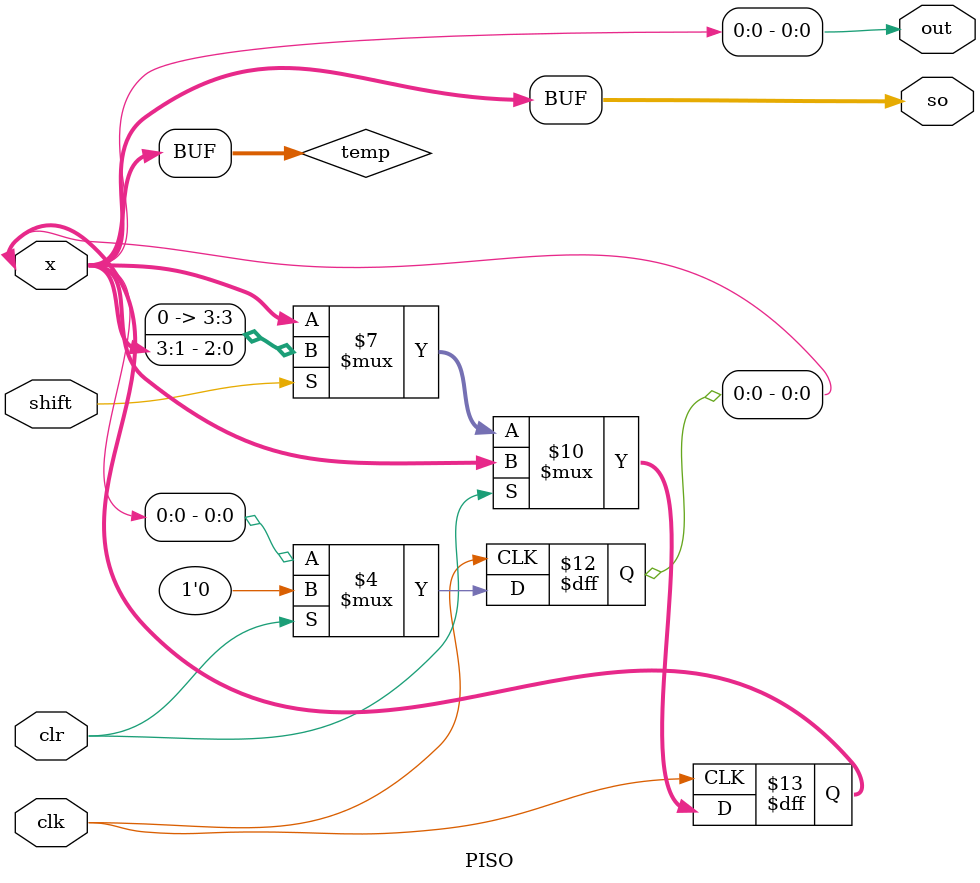
<source format=v>
module PISO(clk,clr,shift,x,out,so);
parameter WIDTH=4;
input clk,clr,shift;
input [WIDTH-1:0]x;
output reg out;
output reg [WIDTH-1:0] so;
reg [WIDTH-1:0]temp;
assign temp=x;
genvar i;
generate for (i=0;i<=WIDTH-1;i=i+1)begin 
		assign so[i]=temp[i];
end
endgenerate
//assign so[0]=temp[3];
//assign so[1]=temp[2];
//assign so[2]=temp[1];
//assign so[3]=temp[0];
assign out=so[0];

always@(posedge clk)begin 
	if(clr)begin 
		out=1'b0;
	end
	else begin 
		if(shift)begin 
			temp<=temp>>1;
		end
		else temp<=x;
	end
end
endmodule

</source>
